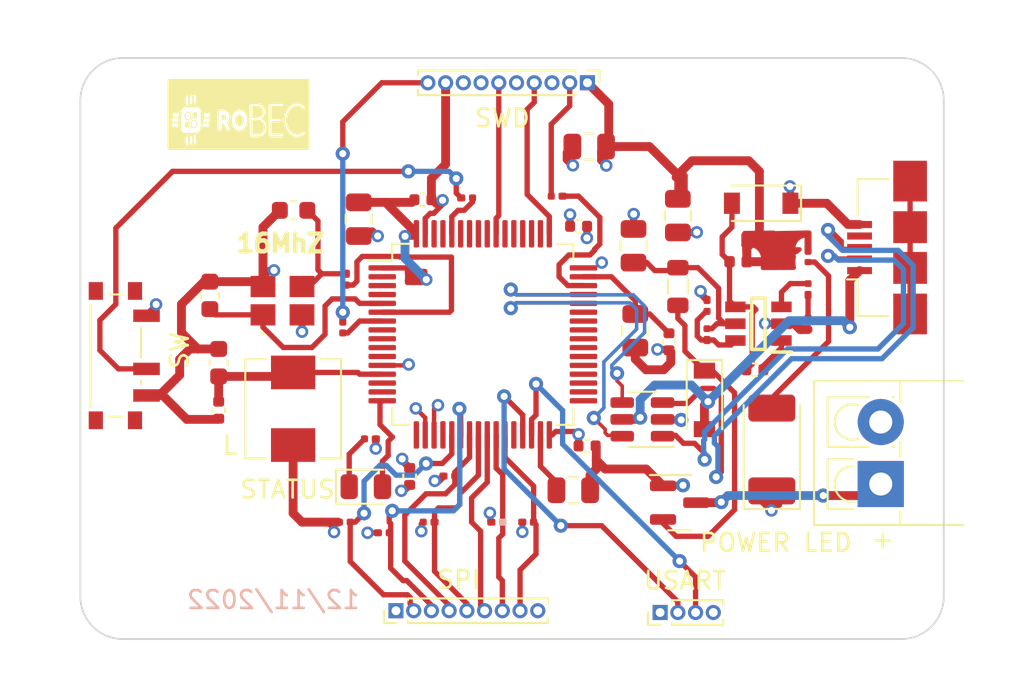
<source format=kicad_pcb>
(kicad_pcb (version 20211014) (generator pcbnew)
  (layers (0 "F.Cu" signal) (1 "In1.Cu" power "GND") (2 "In2.Cu" power "Power") (31 "B.Cu" signal) (34 "B.Paste" user) (35 "F.Paste" user) (36 "B.SilkS" user "B.Silkscreen") (37 "F.SilkS" user "F.Silkscreen") (38 "B.Mask" user) (39 "F.Mask" user) (44 "Edge.Cuts" user))
  (net 0 "")
  (net 1 "+3V3")
  (net 2 "GND")
  (net 3 "HSE_IN")
  (net 4 "+3.3VA")
  (net 5 "Net-(C5-Pad1)")
  (net 6 "Net-(C12-Pad1)")
  (net 7 "Net-(C13-Pad1)")
  (net 8 "BS")
  (net 9 "SW")
  (net 10 "IN")
  (net 11 "Net-(D2-Pad1)")
  (net 12 "LED_STATUS")
  (net 13 "Net-(D3-Pad1)")
  (net 14 "+5V")
  (net 15 "Net-(D4-Pad2)")
  (net 16 "+12V")
  (net 17 "unconnected-(J2-Pad6)")
  (net 19 "USB_CONN_D+")
  (net 20 "USB_CONN_D-")
  (net 22 "Net-(J3-Pad2)")
  (net 23 "SWCLK")
  (net 24 "SWO")
  (net 26 "Net-(J3-Pad10)")
  (net 27 "SPI_SCK")
  (net 28 "SPI_MISO")
  (net 29 "SPI_MOSI")
  (net 30 "CS1")
  (net 31 "CS2")
  (net 32 "CS3")
  (net 33 "CS4")
  (net 34 "USART_TX")
  (net 35 "USART_RX")
  (net 36 "Net-(R1-Pad1)")
  (net 37 "BOOT0")
  (net 38 "HSE_OUT")
  (net 39 "EN")
  (net 40 "FB")
  (net 41 "Net-(R14-Pad2)")
  (net 42 "SWDIO")
  (net 43 "NRST")
  (net 67 "USB_D-")
  (net 68 "USB_D+")
  (footprint "Connector_PinHeader_1.00mm:PinHeader_1x04_P1.00mm_Vertical" (layer "F.Cu") (at 162.9625 116.105 90)
    (fp_text reference "USART")
    (fp_text value "Conn_01x04")
  )
  (footprint "Capacitor_SMD:C_0402_1005Metric" (layer "F.Cu") (at 158.3625 94.305 180)
    (fp_text reference "C9")
    (fp_text value "100n")
  )
  (footprint "Resistor_SMD:R_0201_0603Metric" (layer "F.Cu") (at 149.9175 111.005)
    (fp_text reference "R12")
    (fp_text value "20")
  )
  (footprint "Package_TO_SOT_SMD:SOT-23" (layer "F.Cu") (at 164.0625 109.905)
    (fp_text reference "Q1")
    (fp_text value "AO3400A")
  )
  (footprint "LED_SMD:LED_2010_5025Metric_Pad1.52x2.65mm_HandSolder" (layer "F.Cu") (at 169.2625 106.905 90)
    (fp_text reference "POWER LED")
    (fp_text value "LED")
  )
  (footprint "Capacitor_SMD:C_0805_2012Metric" (layer "F.Cu") (at 158.9625 89.805)
    (fp_text reference "C10")
    (fp_text value "10u")
  )
  (footprint "Capacitor_SMD:C_0805_2012Metric" (layer "F.Cu") (at 163.9625 93.705 90)
    (fp_text reference "C8")
    (fp_text value "10u")
  )
  (footprint "Resistor_SMD:R_0201_0603Metric" (layer "F.Cu") (at 165.6075 98.785 90)
    (fp_text reference "R7")
    (fp_text value "64k")
  )
  (footprint "Connector_PinHeader_1.00mm:PinHeader_1x10_P1.00mm_Vertical" (layer "F.Cu") (at 158.8625 86.205 -90)
    (fp_text reference "SWD")
    (fp_text value "Conn_02x05")
  )
  (footprint "Resistor_SMD:R_0201_0603Metric" (layer "F.Cu") (at 171.3075 96.005 -90)
    (fp_text reference "R18")
    (fp_text value "1k")
  )
  (footprint "TerminalBlock_4Ucon:TerminalBlock_4Ucon_1x02_P3.50mm_Vertical" (layer "F.Cu") (at 175.4075 108.855 90)
    (fp_text reference "J1")
    (fp_text value "ST_01x02")
  )
  (footprint "Capacitor_SMD:C_0402_1005Metric" (layer "F.Cu") (at 158.8425 106.705)
    (fp_text reference "C6")
    (fp_text value "100n")
  )
  (footprint "Connector_USB:USB_Micro-B_Amphenol_10104110_Horizontal" (layer "F.Cu") (at 175.7625 95.505 90)
    (fp_text reference "J2")
    (fp_text value "USB_B_Micro")
  )
  (footprint "Capacitor_SMD:C_0402_1005Metric" (layer "F.Cu") (at 163.4625 100.825 -90)
    (fp_text reference "C14")
    (fp_text value "2u2")
  )
  (footprint "Resistor_SMD:R_0201_0603Metric" (layer "F.Cu") (at 171.3075 97.86 -90)
    (fp_text reference "R14")
    (fp_text value "15k")
  )
  (footprint "Resistor_SMD:R_0201_0603Metric" (layer "F.Cu") (at 145.0625 100.005 -90)
    (fp_text reference "R17")
    (fp_text value "22")
  )
  (footprint "Moshte:MP2359DJ" (layer "F.Cu") (at 168.5075 99.805 180)
    (fp_text reference "U2")
    (fp_text value "MP2359DJ" hide)
  )
  (footprint "Resistor_SMD:R_0201_0603Metric" (layer "F.Cu") (at 165.6075 100.405 -90)
    (fp_text reference "R6")
    (fp_text value "87k")
  )
  (footprint "Button_Switch_SMD:SW_SPDT_PCM12" (layer "F.Cu") (at 132.5625 101.605 -90)
    (fp_text reference "SW")
    (fp_text value "SW_SPDT")
  )
  (footprint "Resistor_SMD:R_0201_0603Metric" (layer "F.Cu") (at 147.3625 111.605)
    (fp_text reference "R5")
    (fp_text value "20")
  )
  (footprint "Moshte:logo 6" (layer "F.Cu") (at 139.17 87.99)
    (fp_text reference "G***")
    (fp_text value "LOGO" hide)
  )
  (footprint "Inductor_SMD:L_0805_2012Metric" (layer "F.Cu") (at 163.9625 97.705 90)
    (fp_text reference "FB1")
    (fp_text value "600 @ 600MHz")
  )
  (footprint "Capacitor_SMD:C_0402_1005Metric" (layer "F.Cu") (at 138.0625 104.685 -90)
    (fp_text reference "C7")
    (fp_text value "10n")
  )
  (footprint "Capacitor_SMD:C_0603_1608Metric" (layer "F.Cu") (at 137.5625 98.205 90)
    (fp_text reference "C2")
    (fp_text value "12p")
  )
  (footprint "MountingHole:MountingHole_2.2mm_M2_DIN965" (layer "F.Cu") (at 176.5625 87.205)
    (fp_text reference "H3")
    (fp_text value "MountingHole_Pad")
  )
  (footprint "Capacitor_SMD:C_0805_2012Metric" (layer "F.Cu") (at 158.0625 109.205)
    (fp_text reference "C12")
    (fp_text value "2u2")
  )
  (footprint "Moshte:ECS3225MV160BNTR3" (layer "F.Cu") (at 141.6625 98.505)
    (fp_text reference "16MhZ")
    (fp_text value "16MHz" hide)
  )
  (footprint "Resistor_SMD:R_0201_0603Metric" (layer "F.Cu") (at 152.0625 92.705)
    (fp_text reference "R1")
    (fp_text value "10k")
  )
  (footprint "Package_QFP:LQFP-64_10x10mm_P0.5mm" (layer "F.Cu") (at 152.9625 100.405)
    (fp_text reference "U1")
    (fp_text value "STM32F405RGT6")
  )
  (footprint "Capacitor_SMD:C_0805_2012Metric" (layer "F.Cu") (at 145.9625 93.905 -90)
    (fp_text reference "C1")
    (fp_text value "4u7")
  )
  (footprint "Capacitor_SMD:C_0603_1608Metric" (layer "F.Cu") (at 142.2875 93.405 180)
    (fp_text reference "C5")
    (fp_text value "12p")
  )
  (footprint "Capacitor_SMD:C_0402_1005Metric" (layer "F.Cu") (at 168.3075 102.405 180)
    (fp_text reference "C15")
    (fp_text value "10n")
  )
  (footprint "Package_TO_SOT_SMD:SOT-23-6" (layer "F.Cu") (at 161.9625 105.205 180)
    (fp_text reference "U3")
    (fp_text value "USBLC6-2SC6")
  )
  (footprint "Inductor_SMD:L_0402_1005Metric" (layer "F.Cu") (at 167.3625 96.305)
    (fp_text reference "L2")
    (fp_text value "10u")
  )
  (footprint "Resistor_SMD:R_0201_0603Metric" (layer "F.Cu") (at 171.3075 99.805 -90)
    (fp_text reference "R15")
    (fp_text value "270")
  )
  (footprint "Resistor_SMD:R_0201_0603Metric" (layer "F.Cu") (at 155.5075 111.005)
    (fp_text reference "R9")
    (fp_text value "20")
  )
  (footprint "MountingHole:MountingHole_2.2mm_M2_DIN965" (layer "F.Cu") (at 176.5625 115.205)
    (fp_text reference "H2")
    (fp_text value "MountingHole_Pad")
  )
  (footprint "Capacitor_SMD:C_0603_1608Metric" (layer "F.Cu") (at 138.0625 102.005 90)
    (fp_text reference "C4")
    (fp_text value "1n")
  )
  (footprint "Capacitor_SMD:C_0402_1005Metric" (layer "F.Cu") (at 149.5825 92.805)
    (fp_text reference "C11")
    (fp_text value "100n")
  )
  (footprint "Capacitor_SMD:C_0805_2012Metric" (layer "F.Cu") (at 161.5625 100.205 -90)
    (fp_text reference "C13")
    (fp_text value "2u2")
  )
  (footprint "Resistor_SMD:R_0201_0603Metric" (layer "F.Cu") (at 146.6075 106.305)
    (fp_text reference "R3")
    (fp_text value "1k5")
  )
  (footprint "MountingHole:MountingHole_2.2mm_M2_DIN965" (layer "F.Cu") (at 132.6625 115.205)
    (fp_text reference "H1")
    (fp_text value "MountingHole_Pad")
  )
  (footprint "Inductor_SMD:L_Sunlord_MWSA0518_5.4x5.2mm" (layer "F.Cu") (at 142.2625 104.605 90)
    (fp_text reference "L")
    (fp_text value "39n")
  )
  (footprint "Capacitor_SMD:C_0402_1005Metric" (layer "F.Cu") (at 148.8325 108.425 -90)
    (fp_text reference "C3")
    (fp_text value "100n")
  )
  (footprint "Resistor_SMD:R_0201_0603Metric" (layer "F.Cu") (at 145.2625 97.305 90)
    (fp_text reference "R2")
    (fp_text value "47")
  )
  (footprint "MountingHole:MountingHole_2.2mm_M2_DIN965" (layer "F.Cu") (at 132.6625 87.205)
    (fp_text reference "H4")
    (fp_text value "MountingHole_Pad")
  )
  (footprint "LED_SMD:LED_0805_2012Metric" (layer "F.Cu") (at 146.3625 109.005)
    (fp_text reference "STATUS")
    (fp_text value "LED")
  )
  (footprint "Resistor_SMD:R_0201_0603Metric" (layer "F.Cu") (at 151.0625 108.405)
    (fp_text reference "R4")
    (fp_text value "20")
  )
  (footprint "Resistor_SMD:R_0201_0603Metric" (layer "F.Cu") (at 157.1425 92.605)
    (fp_text reference "R16")
    (fp_text value "22")
  )
  (footprint "Diode_SMD:D_SOD-123" (layer "F.Cu") (at 168.6625 93.005 180)
    (fp_text reference "D1")
    (fp_text value "B5819W")
  )
  (footprint "Capacitor_SMD:C_0805_2012Metric" (layer "F.Cu") (at 161.4625 95.405 90)
    (fp_text reference "C16")
    (fp_text value "10u")
  )
  (footprint "Diode_SMD:D_SOD-123" (layer "F.Cu") (at 165.4625 104.105 -90)
    (fp_text reference "D3")
    (fp_text value "B5819W")
  )
  (footprint "Resistor_SMD:R_0201_0603Metric" (layer "F.Cu") (at 145.1625 111.005)
    (fp_text reference "R8")
    (fp_text value "20")
  )
  (footprint "Resistor_SMD:R_0201_0603Metric" (layer "F.Cu") (at 153.7625 111.005)
    (fp_text reference "R10")
    (fp_text value "20")
  )
  (footprint "Connector_PinHeader_1.00mm:PinHeader_1x09_P1.00mm_Vertical" (layer "F.Cu") (at 148.0625 116.005 90)
    (fp_text reference "SPI")
    (fp_text value "Conn_01x05")
  )
  (gr_line (start 132.6625 117.605) (end 176.5625 117.605) (layer "Edge.Cuts") (width 0.1))
  (gr_arc (start 176.5625 84.805) (mid 178.259556 85.507944) (end 178.9625 87.205) (layer "Edge.Cuts") (width 0.1))
  (gr_line (start 178.9625 115.205) (end 178.9625 87.205) (layer "Edge.Cuts") (width 0.1))
  (gr_arc (start 178.9625 115.205) (mid 178.259556 116.902056) (end 176.5625 117.605) (layer "Edge.Cuts") (width 0.1))
  (gr_line (start 176.5625 84.805) (end 132.6625 84.805) (layer "Edge.Cuts") (width 0.1))
  (gr_arc (start 130.2625 87.205) (mid 130.965444 85.507944) (end 132.6625 84.805) (layer "Edge.Cuts") (width 0.1))
  (gr_arc (start 132.6625 117.605) (mid 130.965444 116.902056) (end 130.2625 115.205) (layer "Edge.Cuts") (width 0.1))
  (gr_line (start 130.2625 87.205) (end 130.2625 115.205) (layer "Edge.Cuts") (width 0.1))
  (gr_text "12/11/2022" (at 141.14 115.39) (layer "B.SilkS") (effects (font (size 1 1)) (justify mirror)))
  (gr_text "\n" (at 137.96 86.9) (layer "F.SilkS") (effects (font (size 1 1))))
  (gr_text "+\n" (at 175.52 111.97) (layer "F.SilkS") (effects (font (size 1 1))))
  (segment (start 142.7625 111.005) (end 144.195 111.005) (width 0.5) (layer "F.Cu") (net 1))
  (segment (start 150.4725 108.675) (end 150.7425 108.405) (width 0.4) (layer "F.Cu") (net 1))
  (segment (start 150.2525 108.675) (end 150.4725 108.675) (width 0.4) (layer "F.Cu") (net 1))
  (segment (start 159.9225 90.875) (end 159.895 90.875) (width 0.4) (layer "F.Cu") (net 1))
  (segment (start 153.3625 110.485) (end 153.3625 110.925) (width 0.3) (layer "F.Cu") (net 1))
  (segment (start 163.9625 92.755) (end 163.9625 91.6925) (width 0.4) (layer "F.Cu") (net 1))
  (segment (start 164.7625 90.605) (end 164.11375 91.25375) (width 0.5) (layer "F.Cu") (net 1))
  (segment (start 142.2625 110.505) (end 142.7625 111.005) (width 0.5) (layer "F.Cu") (net 1))
  (segment (start 155.1925 111.01) (end 155.1875 111.005) (width 0.3) (layer "F.Cu") (net 1))
  (segment (start 150.2125 106.08) (end 150.2125 104.625) (width 0.25) (layer "F.Cu") (net 1))
  (segment (start 164.11375 91.25375) (end 163.9625 91.405) (width 0.5) (layer "F.Cu") (net 1))
  (segment (start 134.5325 98.815) (end 133.9925 99.355) (width 0.4) (layer "F.Cu") (net 1))
  (segment (start 145.9625 92.955) (end 147.4725 92.955) (width 0.5) (layer "F.Cu") (net 1))
  (segment (start 159.9125 89.805) (end 162.3625 89.805) (width 0.5) (layer "F.Cu") (net 1))
  (segment (start 149.4925 111.515) (end 149.4925 111.11) (width 0.3) (layer "F.Cu") (net 1))
  (segment (start 162.3625 89.805) (end 163.9625 91.405) (width 0.5) (layer "F.Cu") (net 1))
  (segment (start 159.61 90.1075) (end 159.9125 89.805) (width 0.4) (layer "F.Cu") (net 1))
  (segment (start 163.81875 91.54875) (end 163.9625 91.405) (width 0.4) (layer "F.Cu") (net 1))
  (segment (start 159.61 90.59) (end 159.61 90.1075) (width 0.4) (layer "F.Cu") (net 1))
  (segment (start 148.6125 96.655) (end 148.9125 96.955) (width 0.3) (layer "F.Cu") (net 1))
  (segment (start 158.3625 106.045) (end 158.3625 106.705) (width 0.4) (layer "F.Cu") (net 1))
  (segment (start 158.8625 86.205) (end 160.0625 87.405) (width 0.5) (layer "F.Cu") (net 1))
  (segment (start 167.9625 90.605) (end 164.7625 90.605) (width 0.5) (layer "F.Cu") (net 1))
  (segment (start 167.8475 95.52) (end 168.5625 94.805) (width 0.5) (layer "F.Cu") (net 1))
  (segment (start 142.2625 106.655) (end 142.2625 110.505) (width 0.5) (layer "F.Cu") (net 1))
  (segment (start 147.4725 92.955) (end 149.11298 94.59548) (width 0.5) (layer "F.Cu") (net 1))
  (segment (start 148.4125 107.435) (end 148.4125 107.525) (width 0.4) (layer "F.Cu") (net 1))
  (segment (start 146.4625 111.605) (end 147.0425 111.605) (width 0.3) (layer "F.Cu") (net 1))
  (segment (start 155.1925 111.555) (end 155.1925 111.01) (width 0.3) (layer "F.Cu") (net 1))
  (segment (start 148.4125 107.525) (end 148.8325 107.945) (width 0.4) (layer "F.Cu") (net 1))
  (segment (start 159.895 90.875) (end 159.61 90.59) (width 0.4) (layer "F.Cu") (net 1))
  (segment (start 163.9625 92.5875) (end 164.32 92.23) (width 0.4) (layer "F.Cu") (net 1))
  (segment (start 149.4125 96.955) (end 149.7725 97.315) (width 0.4) (layer "F.Cu") (net 1))
  (segment (start 164.32 91.46) (end 164.11375 91.25375) (width 0.4) (layer "F.Cu") (net 1))
  (segment (start 160.0625 89.655) (end 159.9125 89.805) (width 0.5) (layer "F.Cu") (net 1))
  (segment (start 144.5725 111.3825) (end 144.195 111.005) (width 0.3) (layer "F.Cu") (net 1))
  (segment (start 158.2075 105.89) (end 158.3625 106.045) (width 0.3) (layer "F.Cu") (net 1))
  (segment (start 156.88 106.08) (end 157.07 105.89) (width 0.3) (layer "F.Cu") (net 1))
  (segment (start 153.3625 110.925) (end 153.4425 111.005) (width 0.3) (layer "F.Cu") (net 1))
  (segment (start 158.8325 94.965) (end 158.8325 94.315) (width 0.4) (layer "F.Cu") (net 1))
  (segment (start 168.5625 94.805) (end 168.5625 91.205) (width 0.5) (layer "F.Cu") (net 1))
  (segment (start 147.2875 96.655) (end 148.6125 96.655) (width 0.3) (layer "F.Cu") (net 1))
  (segment (start 147.4725 92.955) (end 148.9525 92.955) (width 0.5) (layer "F.Cu") (net 1))
  (segment (start 148.5725 94.865) (end 148.97798 94.865) (width 0.4) (layer "F.Cu") (net 1))
  (segment (start 150.2125 104.625) (end 150.4325 104.405) (width 0.25) (layer "F.Cu") (net 1))
  (segment (start 144.195 111.005) (end 144.80298 111.005) (width 0.5) (layer "F.Cu") (net 1))
  (segment (start 158.8325 94.315) (end 158.8425 94.305) (width 0.4) (layer "F.Cu") (net 1))
  (segment (start 134.5325 98.715) (end 134.5325 98.815) (width 0.4) (layer "F.Cu") (net 1))
  (segment (start 168.5625 91.205) (end 167.9625 90.605) (width 0.5) (layer "F.Cu") (net 1))
  (segment (start 163.9625 92.755) (end 163.9625 92.5875) (width 0.4) (layer "F.Cu") (net 1))
  (segment (start 148.97798 94.865) (end 149.11298 94.73) (width 0.4) (layer "F.Cu") (net 1))
  (segment (start 157.07 105.89) (end 158.2075 105.89) (width 0.3) (layer "F.Cu") (net 1))
  (segment (start 144.5725 111.565) (end 144.5725 111.3825) (width 0.3) (layer "F.Cu") (net 1))
  (segment (start 167.8475 96.305) (end 167.8475 95.52) (width 0.5) (layer "F.Cu") (net 1))
  (segment (start 148.9125 96.955) (end 149.4125 96.955) (width 0.4) (layer "F.Cu") (net 1))
  (segment (start 149.11298 94.59548) (end 149.11298 94.73) (width 0.5) (layer "F.Cu") (net 1))
  (segment (start 156.7125 106.08) (end 156.88 106.08) (width 0.3) (layer "F.Cu") (net 1))
  (segment (start 149.4925 111.11) (end 149.5975 111.005) (width 0.3) (layer "F.Cu") (net 1))
  (segment (start 164.32 92.23) (end 164.32 91.46) (width 0.4) (layer "F.Cu") (net 1))
  (segment (start 148.9525 92.955) (end 149.1025 92.805) (width 0.5) (layer "F.Cu") (net 1))
  (segment (start 160.0625 87.405) (end 160.0625 89.655) (width 0.5) (layer "F.Cu") (net 1))
  (segment (start 163.9625 91.6925) (end 163.81875 91.54875) (width 0.4) (layer "F.Cu") (net 1))
  (via (at 149.4925 111.515) (size 0.7) (drill 0.4) (layers "F.Cu" "B.Cu") (net 1))
  (via (at 159.6725 96.355) (size 0.7) (drill 0.4) (layers "F.Cu" "B.Cu") (net 1))
  (via (at 150.2525 108.675) (size 0.7) (drill 0.4) (layers "F.Cu" "B.Cu") (net 1))
  (via (at 144.5725 111.565) (size 0.7) (drill 0.4) (layers "F.Cu" "B.Cu") (net 1))
  (via (at 155.1925 111.555) (size 0.7) (drill 0.4) (layers "F.Cu" "B.Cu") (net 1))
  (via (at 153.3625 110.485) (size 0.7) (drill 0.4) (layers "F.Cu" "B.Cu") (net 1))
  (via (at 148.5725 94.865) (size 0.7) (drill 0.4) (layers "F.Cu" "B.Cu") (net 1))
  (via (at 149.7725 97.315) (size 0.7) (drill 0.4) (layers "F.Cu" "B.Cu") (net 1))
  (via (at 148.4125 107.435) (size 0.7) (drill 0.4) (layers "F.Cu" "B.Cu") (net 1))
  (via (at 134.5325 98.715) (size 0.7) (drill 0.4) (layers "F.Cu" "B.Cu") (net 1))
  (via (at 158.3625 106.045) (size 0.7) (drill 0.4) (layers "F.Cu" "B.Cu") (net 1))
  (via (at 159.9225 90.875) (size 0.7) (drill 0.4) (layers "F.Cu" "B.Cu") (net 1))
  (via (at 150.4325 104.405) (size 0.7) (drill 0.4) (layers "F.Cu" "B.Cu") (net 1))
  (via (at 146.4625 111.605) (size 0.7) (drill 0.4) (layers "F.Cu" "B.Cu") (net 1))
  (via (at 158.8325 94.965) (size 0.7) (drill 0.4) (layers "F.Cu" "B.Cu") (net 1))
  (segment (start 148.5725 96.115) (end 149.7725 97.315) (width 0.5) (layer "B.Cu") (net 1))
  (segment (start 148.5725 94.865) (end 148.5725 96.115) (width 0.5) (layer "B.Cu") (net 1))
  (segment (start 165.0225 94.655) (end 165.0325 94.645) (width 0.4) (layer "F.Cu") (net 2))
  (segment (start 162.1625 102.405) (end 163.1625 102.405) (width 0.5) (layer "F.Cu") (net 2))
  (segment (start 162.175 108.005) (end 159.8625 108.005) (width 0.5) (layer "F.Cu") (net 2))
  (segment (start 150.0625 91.605) (end 150.8625 90.805) (width 0.5) (layer "F.Cu") (net 2))
  (segment (start 168.77 109.8725) (end 169.2425 110.345) (width 0.4) (layer "F.Cu") (net 2))
  (segment (start 135.8625 102.705) (end 135.8625 101.805) (width 0.5) (layer "F.Cu") (net 2))
  (segment (start 150.36 93.05) (end 150.3075 93.05) (width 0.4) (layer "F.Cu") (net 2))
  (segment (start 159.3625 107.505) (end 159.3625 106.745) (width 0.5) (layer "F.Cu") (net 2))
  (segment (start 136.8875 101.23) (end 138.0625 101.23) (width 0.5) (layer "F.Cu") (net 2))
  (segment (start 168.77 109.79) (end 168.77 109.8725) (width 0.4) (layer "F.Cu") (net 2))
  (segment (start 140.5625 97.1575) (end 140.5625 94.355) (width 0.5) (layer "F.Cu") (net 2))
  (segment (start 170.528478 99.805) (end 170.857998 100.13452) (width 0.5) (layer "F.Cu") (net 2))
  (segment (start 173.5625 94.205) (end 172.3625 93.005) (width 0.5) (layer "F.Cu") (net 2))
  (segment (start 147.015 94.855) (end 146.73 94.57) (width 0.4) (layer "F.Cu") (net 2))
  (segment (start 146.9225 106.31) (end 146.9275 106.305) (width 0.4) (layer "F.Cu") (net 2))
  (segment (start 146.2475 94.57) (end 145.9625 94.855) (width 0.4) (layer "F.Cu") (net 2))
  (segment (start 163.9625 94.655) (end 165.0225 94.655) (width 0.4) (layer "F.Cu") (net 2))
  (segment (start 169.2625 109.2425) (end 169.2625 109.2975) (width 0.4) (layer "F.Cu") (net 2))
  (segment (start 133.9925 103.855) (end 134.7125 103.855) (width 0.5) (layer "F.Cu") (net 2))
  (segment (start 135.9625 98.705) (end 135.9625 100.305) (width 0.5) (layer "F.Cu") (net 2))
  (segment (start 164.1525 105.235) (end 163.13 105.235) (width 0.4) (layer "F.Cu") (net 2))
  (segment (start 169.2625 109.2975) (end 168.77 109.79) (width 0.4) (layer "F.Cu") (net 2))
  (segment (start 159.0125 108.355) (end 159.3625 108.005) (width 0.5) (layer "F.Cu") (net 2))
  (segment (start 147.2875 102.155) (end 148.6425 102.155) (width 0.25) (layer "F.Cu") (net 2))
  (segment (start 140.5625 94.355) (end 141.5125 93.405) (width 0.5) (layer "F.Cu") (net 2))
  (segment (start 150.0625 92.805) (end 150.0625 91.605) (width 0.5) (layer "F.Cu") (net 2))
  (segment (start 148.5025 109.235) (end 148.8325 108.905) (width 0.4) (layer "F.Cu") (net 2))
  (segment (start 169.7975 99.795) (end 169.8075 99.805) (width 0.4) (layer "F.Cu") (net 2))
  (segment (start 161.5625 101.155) (end 161.5625 101.805) (width 0.5) (layer "F.Cu") (net 2))
  (segment (start 164.2525 108.925) (end 163.155 108.925) (width 0.4) (layer "F.Cu") (net 2))
  (segment (start 159.8625 108.005) (end 159.3625 107.505) (width 0.5) (layer "F.Cu") (net 2))
  (segment (start 134.7125 103.855) (end 135.8625 102.705) (width 0.5) (layer "F.Cu") (net 2))
  (segment (start 168.8825 99.795) (end 169.7975 99.795) (width 0.4) (layer "F.Cu") (net 2))
  (segment (start 149.7125 105.115) (end 149.1825 104.585) (width 0.25) (layer "F.Cu") (net 2))
  (segment (start 157.8825 93.645) (end 157.8825 94.305) (width 0.4) (layer "F.Cu") (net 2))
  (segment (start 163.155 108.925) (end 163.125 108.955) (width 0.4) (layer "F.Cu") (net 2))
  (segment (start 142.7625 100.255) (end 142.7625 99.305) (width 0.4) (layer "F.Cu") (net 2))
  (segment (start 146.9225 106.855) (end 146.9225 106.31) (width 0.4) (layer "F.Cu") (net 2))
  (segment (start 149.7125 93.854639) (end 149.992139 93.575) (width 0.3) (layer "F.Cu") (net 2))
  (segment (start 140.5625 97.705) (end 140.5625 97.1575) (width 0.5) (layer "F.Cu") (net 2))
  (segment (start 161.5625 101.805) (end 162.1625 102.405) (width 0.5) (layer "F.Cu") (net 2))
  (segment (start 138.0225 105.205) (end 138.0625 105.165) (width 0.5) (layer "F.Cu") (net 2))
  (segment (start 135.9625 100.305) (end 136.8875 101.23) (width 0.5) (layer "F.Cu") (net 2))
  (segment (start 157.67 90.55) (end 157.67 90.1475) (width 0.4) (layer "F.Cu") (net 2))
  (segment (start 162.175 108.005) (end 163.125 108.955) (width 0.5) (layer "F.Cu") (net 2))
  (segment (start 157.67 90.1475) (end 158.0125 89.805) (width 0.4) (layer "F.Cu") (net 2))
  (segment (start 136.2625 105.205) (end 138.0225 105.205) (width 0.5) (layer "F.Cu") (net 2))
  (segment (start 150.1925 93.575) (end 150.6925 93.075) (width 0.3) (layer "F.Cu") (net 2))
  (segment (start 146.73 94.57) (end 146.2475 94.57) (width 0.4) (layer "F.Cu") (net 2))
  (segment (start 147.0325 94.855) (end 147.015 94.855) (width 0.4) (layer "F.Cu") (net 2))
  (segment (start 163.13 105.235) (end 163.1 105.205) (width 0.4) (layer "F.Cu") (net 2))
  (segment (start 159.3625 108.005) (end 159.3625 107.505) (width 0.5) (layer "F.Cu") (net 2))
  (segment (start 136.4375 101.23) (end 136.8875 101.23) (width 0.5) (layer "F.Cu") (net 2))
  (segment (start 161.4625 93.625) (end 161.4725 93.615) (width 0.4) (layer "F.Cu") (net 2))
  (segment (start 150.3075 93.05) (end 150.0625 92.805) (width 0.4) (layer "F.Cu") (net 2))
  (segment (start 169.5775 110.01) (end 169.2425 110.345) (width 0.4) (layer "F.Cu") (net 2))
  (segment (start 159.0125 109.205) (end 159.0125 108.355) (width 0.5) (layer "F.Cu") (net 2))
  (segment (start 165.2425 97.975) (end 165.2425 98.1) (width 0.4) (layer "F.Cu") (net 2))
  (segment (start 157.985 90.865) (end 157.67 90.55) (width 0.4) (layer "F.Cu") (net 2))
  (segment (start 163.1625 102.405) (end 163.5625 102.005) (width 0.5) (layer "F.Cu") (net 2))
  (segment (start 149.992139 93.575) (end 150.1925 93.575) (width 0.3) (layer "F.Cu") (net 2))
  (segment (start 172.3625 93.005) (end 170.3125 93.005) (width 0.5) (layer "F.Cu") (net 2))
  (segment (start 133.9925 103.855) (end 134.9125 103.855) (width 0.5) (layer "F.Cu") (net 2))
  (segment (start 170.3125 92.085) (end 170.2825 92.055) (width 0.4) (layer "F.Cu") (net 2))
  (segment (start 148.6425 102.155) (end 148.6525 102.145) (width 0.25) (layer "F.Cu") (net 2))
  (segment (start 140.2875 97.43) (end 140.5625 97.705) (width 0.5) (layer "F.Cu") (net 2))
  (segment (start 140.925 96.795) (end 140.5625 97.1575) (width 0.4) (layer "F.Cu") (net 2))
  (segment (start 163.4125 101.255) (end 163.4625 101.305) (width 0.4) (layer "F.Cu") (net 2))
  (segment (start 137.5625 97.43) (end 140.2875 97.43) (width 0.5) (layer "F.Cu") (net 2))
  (segment (start 150.8625 90.805) (end 150.8625 86.205) (width 0.5) (layer "F.Cu") (net 2))
  (segment (start 169.65 110.01) (end 169.5775 110.01) (width 0.4) (layer "F.Cu") (net 2))
  (segment (start 163.5625 101.405) (end 163.4625 101.305) (width 0.5) (layer "F.Cu") (net 2))
  (segment (start 134.9125 103.855) (end 136.2625 105.205) (width 0.5) (layer "F.Cu") (net 2))
  (segment (start 148.3625 109.235) (end 148.5025 109.235) (width 0.4) (layer "F.Cu") (net 2))
  (segment (start 141.1825 96.795) (end 140.925 96.795) (width 0.4) (layer "F.Cu") (net 2))
  (segment (start 162.8125 101.255) (end 163.4125 101.255) (width 0.4) (layer "F.Cu") (net 2))
  (segment (start 149.7125 94.73) (end 149.7125 93.854639) (width 0.3) (layer "F.Cu") (net 2))
  (segment (start 149.7125 106.08) (end 149.7125 105.115) (width 0.25) (layer "F.Cu") (net 2))
  (segment (start 150.575 92.835) (end 150.36 93.05) (width 0.4) (layer "F.Cu") (net 2))
  (segment (start 137.2375 97.43) (end 135.9625 98.705) (width 0.5) (layer "F.Cu") (net 2))
  (segment (start 135.8625 101.805) (end 136.4375 101.23) (width 0.5) (layer "F.Cu") (net 2))
  (segment (start 170.3125 93.005) (end 170.3125 92.085) (width 0.4) (layer "F.Cu") (net 2))
  (segment (start 159.3625 106.745) (end 159.3225 106.705) (width 0.5) (layer "F.Cu") (net 2))
  (segment (start 174.2125 94.205) (end 173.5625 94.205) (width 0.5) (layer "F.Cu") (net 2))
  (segment (start 158.0425 90.865) (end 157.985 90.865) (width 0.4) (layer "F.Cu") (net 2))
  (segment (start 170.857998 100.13452) (end 171.3075 100.13452) (width 0.5) (layer "F.Cu") (net 2))
  (segment (start 137.5625 97.43) (end 137.2375 97.43) (width 0.5) (layer "F.Cu") (net 2))
  (segment (start 150.6925 93.075) (end 150.6925 92.835) (width 0.3) (layer "F.Cu") (net 2))
  (segment (start 150.6925 92.835) (end 150.575 92.835) (width 0.4) (layer "F.Cu") (net 2))
  (segment (start 169.8075 99.805) (end 170.528478 99.805) (width 0.5) (layer "F.Cu") (net 2))
  (segment (start 165.2425 98.1) (end 165.6075 98.465) (width 0.4) (layer "F.Cu") (net 2))
  (segment (start 163.5625 102.005) (end 163.5625 101.405) (width 0.5) (layer "F.Cu") (net 2))
  (segment (start 161.4625 94.455) (end 161.4625 93.625) (width 0.4) (layer "F.Cu") (net 2))
  (via (at 142.7625 100.255) (size 0.7) (drill 0.4) (layers "F.Cu" "B.Cu") (net 2))
  (via (at 169.2425 110.345) (size 0.7) (drill 0.4) (layers "F.Cu" "B.Cu") (net 2))
  (via (at 162.8125 101.255) (size 0.7) (drill 0.4) (layers "F.Cu" "B.Cu") (net 2))
  (via (at 147.0325 94.855) (size 0.7) (drill 0.4) (layers "F.Cu" "B.Cu") (net 2))
  (via (at 164.2525 108.925) (size 0.8) (drill 0.4) (layers "F.Cu" "B.Cu") (net 2))
  (via (at 141.1825 96.795) (size 0.7) (drill 0.4) (layers "F.Cu" "B.Cu") (net 2))
  (via (at 168.8825 99.795) (size 0.7) (drill 0.4) (layers "F.Cu" "B.Cu") (net 2))
  (via (at 146.9225 106.855) (size 0.7) (drill 0.4) (layers "F.Cu" "B.Cu") (net 2))
  (via (at 149.1825 104.585) (size 0.7) (drill 0.4) (layers "F.Cu" "B.Cu") (net 2))
  (via (at 170.2825 92.055) (size 0.7) (drill 0.4) (layers "F.Cu" "B.Cu") (net 2))
  (via (at 150.6925 92.835) (size 0.7) (drill 0.4) (layers "F.Cu" "B.Cu") (net 2))
  (via (at 165.2425 97.975) (size 0.7) (drill 0.4) (layers "F.Cu" "B.Cu") (net 2))
  (via (at 164.1525 105.235) (size 0.8) (drill 0.4) (layers "F.Cu" "B.Cu") (net 2))
  (via (at 148.7825 102.105) (size 0.7) (drill 0.4) (layers "F.Cu" "B.Cu") (net 2))
  (via (at 161.4725 93.615) (size 0.7) (drill 0.4) (layers "F.Cu" "B.Cu") (net 2))
  (via (at 157.8825 93.645) (size 0.7) (drill 0.4) (layers "F.Cu" "B.Cu") (net 2))
  (via (at 158.0425 90.865) (size 0.7) (drill 0.4) (layers "F.Cu" "B.Cu") (net 2))
  (via (at 148.3625 109.235) (size 0.7) (drill 0.4) (layers "F.Cu" "B.Cu") (net 2))
  (via (at 165.0325 94.645) (size 0.7) (drill 0.4) (layers "F.Cu" "B.Cu") (net 2))
  (segment (start 143.3225 101.145) (end 144.0625 100.405) (width 0.3) (layer "F.Cu") (net 3))
  (segment (start 144.0625 100.405) (end 144.0625 98.805) (width 0.3) (layer "F.Cu") (net 3))
  (segment (start 146.0125 98.655) (end 147.2875 98.655) (width 0.3) (layer "F.Cu") (net 3))
  (segment (start 144.0625 98.805) (end 144.4625 98.405) (width 0.3) (layer "F.Cu") (net 3))
  (segment (start 141.7025 101.145) (end 143.3225 101.145) (width 0.3) (layer "F.Cu") (net 3))
  (segment (start 145.7625 98.405) (end 146.0125 98.655) (width 0.3) (layer "F.Cu") (net 3))
  (segment (start 140.5625 100.005) (end 140.5625 99.305) (width 0.3) (layer "F.Cu") (net 3))
  (segment (start 137.5625 98.98) (end 137.8875 99.305) (width 0.3) (layer "F.Cu") (net 3))
  (segment (start 137.8875 99.305) (end 140.5625 99.305) (width 0.3) (layer "F.Cu") (net 3))
  (segment (start 140.5625 100.005) (end 141.7025 101.145) (width 0.3) (layer "F.Cu") (net 3))
  (segment (start 144.4625 98.405) (end 145.7625 98.405) (width 0.3) (layer "F.Cu") (net 3))
  (segment (start 138.0625 104.205) (end 138.0625 102.78) (width 0.5) (layer "F.Cu") (net 4))
  (segment (start 138.0625 102.78) (end 142.0375 102.78) (width 0.5) (layer "F.Cu") (net 4))
  (segment (start 147.2875 102.655) (end 146.0125 102.655) (width 0.3) (layer "F.Cu") (net 4))
  (segment (start 146.0125 102.655) (end 145.9125 102.555) (width 0.3) (layer "F.Cu") (net 4))
  (segment (start 142.0375 102.78) (end 142.2625 102.555) (width 0.5) (layer "F.Cu") (net 4))
  (segment (start 145.9125 102.555) (end 142.2625 102.555) (width 0.3) (layer "F.Cu") (net 4))
  (segment (start 143.6625 94.005) (end 143.6625 96.765) (width 0.3) (layer "F.Cu") (net 5))
  (segment (start 142.7625 97.705) (end 143.1625 97.705) (width 0.3) (layer "F.Cu") (net 5))
  (segment (start 143.0625 93.405) (end 143.6625 94.005) (width 0.3) (layer "F.Cu") (net 5))
  (segment (start 143.8825 96.985) (end 145.2625 96.985) (width 0.3) (layer "F.Cu") (net 5))
  (segment (start 143.1625 97.705) (end 143.8825 96.985) (width 0.3) (layer "F.Cu") (net 5))
  (segment (start 143.6625 96.765) (end 143.8825 96.985) (width 0.3) (layer "F.Cu") (net 5))
  (segment (start 156.2125 107.855) (end 156.2125 106.08) (width 0.3) (layer "F.Cu") (net 6))
  (segment (start 157.1125 108.755) (end 156.2125 107.855) (width 0.3) (layer "F.Cu") (net 6))
  (segment (start 157.1125 109.205) (end 157.1125 108.755) (width 0.3) (layer "F.Cu") (net 6))
  (segment (start 158.6375 97.155) (end 160.2125 97.155) (width 0.3) (layer "F.Cu") (net 7))
  (segment (start 161.5625 99.255) (end 162.3725 99.255) (width 0.3) (layer "F.Cu") (net 7))
  (segment (start 161.5625 98.505) (end 161.5625 99.255) (width 0.3) (layer "F.Cu") (net 7))
  (segment (start 162.3725 99.255) (end 163.4625 100.345) (width 0.3) (layer "F.Cu") (net 7))
  (segment (start 160.2125 97.155) (end 161.5625 98.505) (width 0.3) (layer "F.Cu") (net 7))
  (segment (start 169.8075 101.16) (end 169.8075 100.755) (width 0.3) (layer "F.Cu") (net 8))
  (segment (start 168.7875 102.18) (end 169.8075 101.16) (width 0.3) (layer "F.Cu") (net 8))
  (segment (start 168.7875 102.405) (end 168.7875 102.18) (width 0.3) (layer "F.Cu") (net 8))
  (segment (start 168.15798 102.07452) (end 167.8275 102.405) (width 0.3) (layer "F.Cu") (net 9))
  (segment (start 167.0125 94.355) (end 166.4625 94.905) (width 0.3) (layer "F.Cu") (net 9))
  (segment (start 168.15798 99.20952) (end 168.15798 102.07452) (width 0.3) (layer "F.Cu") (net 9))
  (segment (start 168.2125 98.855) (end 168.3625 99.005) (width 0.3) (layer "F.Cu") (net 9))
  (segment (start 166.4625 94.905) (end 166.4625 95.89) (width 0.3) (layer "F.Cu") (net 9))
  (segment (start 166.8775 98.525) (end 167.2075 98.855) (width 0.3) (layer "F.Cu") (net 9))
  (segment (start 168.3625 99.005) (end 168.15798 99.20952) (width 0.3) (layer "F.Cu") (net 9))
  (segment (start 167.0125 93.005) (end 167.0125 94.355) (width 0.3) (layer "F.Cu") (net 9))
  (segment (start 166.4625 95.89) (end 166.8775 96.305) (width 0.3) (layer "F.Cu") (net 9))
  (segment (start 167.2075 98.855) (end 168.2125 98.855) (width 0.3) (layer "F.Cu") (net 9))
  (segment (start 166.8775 96.305) (end 166.8775 98.525) (width 0.3) (layer "F.Cu") (net 9))
  (segment (start 166.1625 99.805) (end 167.2075 99.805) (width 0.3) (layer "F.Cu") (net 10))
  (segment (start 166.2625 99.484022) (end 166.583478 99.805) (width 0.3) (layer "F.Cu") (net 10))
  (segment (start 162.6625 96.805) (end 163.8 96.805) (width 0.3) (layer "F.Cu") (net 10))
  (segment (start 166.583478 99.805) (end 167.2075 99.805) (width 0.3) (layer "F.Cu") (net 10))
  (segment (start 162.2125 96.355) (end 162.6625 96.805) (width 0.3) (layer "F.Cu") (net 10))
  (segment (start 163.9625 96.6425) (end 165.1 96.6425) (width 0.3) (layer "F.Cu") (net 10))
  (segment (start 165.1 96.6425) (end 166.2625 97.805) (width 0.3) (layer "F.Cu") (net 10))
  (segment (start 163.8 96.805) (end 163.9625 96.6425) (width 0.3) (layer "F.Cu") (net 10))
  (segment (start 166.2625 97.805) (end 166.2625 99.484022) (width 0.3) (layer "F.Cu") (net 10))
  (segment (start 165.8825 100.085) (end 166.1625 99.805) (width 0.3) (layer "F.Cu") (net 10))
  (segment (start 165.6075 100.085) (end 165.8825 100.085) (width 0.3) (layer "F.Cu") (net 10))
  (segment (start 161.4625 96.355) (end 162.2125 96.355) (width 0.3) (layer "F.Cu") (net 10))
  (segment (start 145.425 107.1675) (end 146.2875 106.305) (width 0.3) (layer "F.Cu") (net 11))
  (segment (start 145.425 109.005) (end 145.425 107.1675) (width 0.3) (layer "F.Cu") (net 11))
  (segment (start 147.3 109.005) (end 147.3 107.5675) (width 0.3) (layer "F.Cu") (net 12))
  (segment (start 147.1625 104.28) (end 147.2875 104.155) (width 0.3) (layer "F.Cu") (net 12))
  (segment (start 147.622011 107.245489) (end 147.622011 106.445489) (width 0.3) (layer "F.Cu") (net 12))
  (segment (start 147.8625 106.205) (end 147.1625 105.505) (width 0.3) (layer "F.Cu") (net 12))
  (segment (start 147.622011 106.445489) (end 147.8625 106.205) (width 0.3) (layer "F.Cu") (net 12))
  (segment (start 147.1625 105.505) (end 147.1625 104.28) (width 0.3) (layer "F.Cu") (net 12))
  (segment (start 147.3 107.5675) (end 147.622011 107.245489) (width 0.3) (layer "F.Cu") (net 12))
  (segment (start 167.1625 103.705) (end 167.1625 110.305) (width 0.3) (layer "F.Cu") (net 13))
  (segment (start 163.9625 98.7675) (end 163.9625 99.505) (width 0.3) (layer "F.Cu") (net 13))
  (segment (start 164.3625 99.905) (end 164.3625 101.355) (width 0.3) (layer "F.Cu") (net 13))
  (segment (start 165.6625 111.805) (end 163.8625 111.805) (width 0.3) (layer "F.Cu") (net 13))
  (segment (start 165.4625 102.455) (end 165.9125 102.455) (width 0.3) (layer "F.Cu") (net 13))
  (segment (start 165.9125 102.455) (end 167.1625 103.705) (width 0.3) (layer "F.Cu") (net 13))
  (segment (start 163.9625 99.505) (end 164.3625 99.905) (width 0.3) (layer "F.Cu") (net 13))
  (segment (start 163.8625 111.805) (end 163.125 111.0675) (width 0.3) (layer "F.Cu") (net 13))
  (segment (start 163.125 111.0675) (end 163.125 110.855) (width 0.3) (layer "F.Cu") (net 13))
  (segment (start 167.1625 110.305) (end 165.6625 111.805) (width 0.3) (layer "F.Cu") (net 13))
  (segment (start 164.3625 101.355) (end 165.4625 102.455) (width 0.3) (layer "F.Cu") (net 13))
  (segment (start 161.738 105.205) (end 161.838 105.105) (width 0.5) (layer "F.Cu") (net 14))
  (segment (start 165.4625 104.405) (end 165.6625 104.205) (width 0.5) (layer "F.Cu") (net 14))
  (segment (start 173.6625 97.355) (end 174.2125 96.805) (width 0.5) (layer "F.Cu") (net 14))
  (segment (start 173.6625 100.005) (end 173.6625 97.355) (width 0.5) (layer "F.Cu") (net 14))
  (segment (start 165.4625 105.755) (end 165.4625 104.405) (width 0.5) (layer "F.Cu") (net 14))
  (segment (start 165.258843 105.551343) (end 165.4625 105.755) (width 0.5) (layer "F.Cu") (net 14))
  (segment (start 160.825 105.205) (end 161.738 105.205) (width 0.5) (layer "F.Cu") (net 14))
  (via (at 161.838 105.105) (size 0.8) (drill 0.4) (layers "F.Cu" "B.Cu") (net 14))
  (via (at 165.6625 104.205) (size 0.8) (drill 0.4) (layers "F.Cu" "B.Cu") (net 14))
  (via (at 173.6625 100.005) (size 0.8) (drill 0.4) (layers "F.Cu" "B.Cu") (net 14))
  (segment (start 161.838 104.0895) (end 162.6625 103.265) (width 0.5) (layer "B.Cu") (net 14))
  (segment (start 162.6625 103.265) (end 164.7225 103.265) (width 0.5) (layer "B.Cu") (net 14))
  (segment (start 164.7225 103.265) (end 165.6625 104.205) (width 0.5) (layer "B.Cu") (net 14))
  (segment (start 161.838 105.105) (end 161.838 104.0895) (width 0.5) (layer "B.Cu") (net 14))
  (segment (start 165.6625 104.205) (end 170.2325 99.635) (width 0.5) (layer "B.Cu") (net 14))
  (segment (start 173.2925 99.635) (end 173.6625 100.005) (width 0.5) (layer "B.Cu") (net 14))
  (segment (start 170.2325 99.635) (end 173.2925 99.635) (width 0.5) (layer "B.Cu") (net 14))
  (segment (start 169.2625 104.005) (end 172.4625 100.805) (width 0.3) (layer "F.Cu") (net 15))
  (segment (start 172.4625 100.805) (end 172.4625 97.105) (width 0.3) (layer "F.Cu") (net 15))
  (segment (start 171.6825 96.325) (end 171.3075 96.325) (width 0.3) (layer "F.Cu") (net 15))
  (segment (start 169.2625 104.5675) (end 169.2625 104.005) (width 0.3) (layer "F.Cu") (net 15))
  (segment (start 172.4625 97.105) (end 171.6825 96.325) (width 0.3) (layer "F.Cu") (net 15))
  (segment (start 174.7575 109.505) (end 175.4075 108.855) (width 0.5) (layer "F.Cu") (net 16))
  (segment (start 166.383023 109.905) (end 166.413 109.875023) (width 0.5) (layer "F.Cu") (net 16))
  (segment (start 165 109.905) (end 166.383023 109.905) (width 0.5) (layer "F.Cu") (net 16))
  (segment (start 172.1625 109.505) (end 174.7575 109.505) (width 0.5) (layer "F.Cu") (net 16))
  (via (at 172.1625 109.505) (size 0.8) (drill 0.4) (layers "F.Cu" "B.Cu") (net 16))
  (via (at 166.413 109.875023) (size 0.8) (drill 0.4) (layers "F.Cu" "B.Cu") (net 16))
  (segment (start 166.783023 109.505) (end 172.1625 109.505) (width 0.5) (layer "B.Cu") (net 16))
  (segment (start 166.413 109.875023) (end 166.783023 109.505) (width 0.5) (layer "B.Cu") (net 16))
  (segment (start 177.0625 91.755) (end 177.0625 99.255) (width 0.3) (layer "F.Cu") (net 17))
  (segment (start 166.412011 108.165489) (end 166.1225 108.455) (width 0.3) (layer "F.Cu") (net 19))
  (segment (start 174.2125 95.505) (end 174.1125 95.605) (width 0.3) (layer "F.Cu") (net 19))
  (segment (start 165.352041 103.455489) (end 165.972959 103.455489) (width 0.3) (layer "F.Cu") (net 19))
  (segment (start 173.177734 95.160234) (end 172.5325 94.515) (width 0.3) (layer "F.Cu") (net 19))
  (segment (start 173.195411 95.605) (end 173.177734 95.587323) (width 0.3) (layer "F.Cu") (net 19))
  (segment (start 173.177734 95.587323) (end 173.177734 95.160234) (width 0.3) (layer "F.Cu") (net 19))
  (segment (start 172.5325 94.515) (end 172.4325 94.515) (width 0.3) (layer "F.Cu") (net 19))
  (segment (start 174.1125 95.605) (end 173.195411 95.605) (width 0.3) (layer "F.Cu") (net 19))
  (segment (start 163.1 104.255) (end 163.15048 104.30548) (width 0.3) (layer "F.Cu") (net 19))
  (segment (start 164.50205 104.30548) (end 165.352041 103.455489) (width 0.3) (layer "F.Cu") (net 19))
  (segment (start 165.972959 103.455489) (end 166.412011 103.894541) (width 0.3) (layer "F.Cu") (net 19))
  (segment (start 163.15048 104.30548) (end 164.50205 104.30548) (width 0.3) (layer "F.Cu") (net 19))
  (segment (start 166.412011 103.894541) (end 166.412011 108.165489) (width 0.3) (layer "F.Cu") (net 19))
  (via (at 172.4325 94.515) (size 0.8) (drill 0.4) (layers "F.Cu" "B.Cu") (net 19))
  (via (at 166.1225 108.455) (size 0.8) (drill 0.4) (layers "F.Cu" "B.Cu") (net 19))
  (segment (start 176.387613 95.662961) (end 177.2375 96.512848) (width 0.3) (layer "B.Cu") (net 19))
  (segment (start 172.4325 94.515) (end 172.4325 94.842089) (width 0.3) (layer "B.Cu") (net 19))
  (segment (start 177.2375 100.01891) (end 175.47641 101.78) (width 0.3) (layer "B.Cu") (net 19))
  (segment (start 173.253372 95.662961) (end 176.387613 95.662961) (width 0.3) (layer "B.Cu") (net 19))
  (segment (start 175.47641 101.78) (end 170.37641 101.78) (width 0.3) (layer "B.Cu") (net 19))
  (segment (start 172.4325 94.842089) (end 173.253372 95.662961) (width 0.3) (layer "B.Cu") (net 19))
  (segment (start 166.22234 108.35516) (end 166.1225 108.455) (width 0.3) (layer "B.Cu") (net 19))
  (segment (start 172.4325 94.868555) (end 172.4325 94.515) (width 0.3) (layer "B.Cu") (net 19))
  (segment (start 166.022829 106.133581) (end 166.022829 106.541304) (width 0.3) (layer "B.Cu") (net 19))
  (segment (start 177.2375 96.512848) (end 177.2375 100.01891) (width 0.3) (layer "B.Cu") (net 19))
  (segment (start 166.22234 106.740815) (end 166.22234 108.35516) (width 0.3) (layer "B.Cu") (net 19))
  (segment (start 170.37641 101.78) (end 166.022829 106.133581) (width 0.3) (layer "B.Cu") (net 19))
  (segment (start 166.022829 106.541304) (end 166.22234 106.740815) (width 0.3) (layer "B.Cu") (net 19))
  (segment (start 163.15048 106.10452) (end 163.829033 106.10452) (width 0.3) (layer "F.Cu") (net 20))
  (segment (start 164.279024 106.554511) (end 164.904663 106.554511) (width 0.3) (layer "F.Cu") (net 20))
  (segment (start 164.904663 106.554511) (end 165.472829 107.122677) (width 0.3) (layer "F.Cu") (net 20))
  (segment (start 165.472829 107.122677) (end 165.472829 107.476232) (width 0.3) (layer "F.Cu") (net 20))
  (segment (start 163.1 106.155) (end 163.15048 106.10452) (width 0.3) (layer "F.Cu") (net 20))
  (segment (start 163.1 106.155) (end 163.2125 106.155) (width 0.3) (layer "F.Cu") (net 20))
  (segment (start 172.967593 96.155) (end 174.2125 96.155) (width 0.3) (layer "F.Cu") (net 20))
  (segment (start 163.829033 106.10452) (end 164.279024 106.554511) (width 0.3) (layer "F.Cu") (net 20))
  (segment (start 172.788825 95.976232) (end 172.967593 96.155) (width 0.3) (layer "F.Cu") (net 20))
  (segment (start 172.43527 95.976232) (end 172.788825 95.976232) (width 0.3) (layer "F.Cu") (net 20))
  (via (at 172.43527 95.976232) (size 0.8) (drill 0.4) (layers "F.Cu" "B.Cu") (net 20))
  (via (at 165.472829 107.476232) (size 0.8) (drill 0.4) (layers "F.Cu" "B.Cu") (net 20))
  (segment (start 165.472829 107.122649) (end 165.415312 107.065132) (width 0.3) (layer "B.Cu") (net 20))
  (segment (start 175.24859 101.23) (end 176.6875 99.79109) (width 0.3) (layer "B.Cu") (net 20))
  (segment (start 173.025554 96.212961) (end 172.788825 95.976232) (width 0.3) (layer "B.Cu") (net 20))
  (segment (start 165.415312 106.402404) (end 165.472829 106.344887) (width 0.3) (layer "B.Cu") (net 20))
  (segment (start 165.472829 106.344887) (end 165.472829 105.905761) (width 0.3) (layer "B.Cu") (net 20))
  (segment (start 176.6875 96.740668) (end 176.159793 96.212961) (width 0.3) (layer "B.Cu") (net 20))
  (segment (start 172.788825 95.976232) (end 172.43527 95.976232) (width 0.3) (layer "B.Cu") (net 20))
  (segment (start 165.415312 107.065132) (end 165.415312 106.402404) (width 0.3) (layer "B.Cu") (net 20))
  (segment (start 176.6875 99.79109) (end 176.6875 96.740668) (width 0.3) (layer "B.Cu") (net 20))
  (segment (start 165.472829 107.476232) (end 165.472829 107.122649) (width 0.3) (layer "B.Cu") (net 20))
  (segment (start 170.14859 101.23) (end 175.24859 101.23) (width 0.3) (layer "B.Cu") (net 20))
  (segment (start 165.472829 105.905761) (end 170.14859 101.23) (width 0.3) (layer "B.Cu") (net 20))
  (segment (start 176.159793 96.212961) (end 173.025554 96.212961) (width 0.3) (layer "B.Cu") (net 20))
  (segment (start 156.8225 92.605) (end 156.8225 88.545) (width 0.3) (layer "F.Cu") (net 22))
  (segment (start 157.8625 87.505) (end 157.8625 86.205) (width 0.3) (layer "F.Cu") (net 22))
  (segment (start 156.8225 88.545) (end 157.8625 87.505) (width 0.3) (layer "F.Cu") (net 22))
  (segment (start 156.7125 93.755) (end 156.7125 94.73) (width 0.3) (layer "F.Cu") (net 23))
  (segment (start 155.8625 87.305) (end 155.4625 87.705) (width 0.3) (layer "F.Cu") (net 23))
  (segment (start 155.4625 92.505) (end 156.7125 93.755) (width 0.3) (layer "F.Cu") (net 23))
  (segment (start 155.4625 87.705) (end 155.4625 92.505) (width 0.3) (layer "F.Cu") (net 23))
  (segment (start 155.8625 86.205) (end 155.8625 87.305) (width 0.3) (layer "F.Cu") (net 23))
  (segment (start 153.8625 86.205) (end 153.8625 93.704639) (width 0.3) (layer "F.Cu") (net 24))
  (segment (start 153.8625 93.704639) (end 153.7125 93.854639) (width 0.3) (layer "F.Cu") (net 24))
  (segment (start 153.7125 93.854639) (end 153.7125 94.73) (width 0.3) (layer "F.Cu") (net 24))
  (segment (start 145.0625 99.685) (end 145.0625 99.1545) (width 0.3) (layer "F.Cu") (net 26))
  (segment (start 145.0625 88.405) (end 147.2625 86.205) (width 0.3) (layer "F.Cu") (net 26))
  (segment (start 145.0625 90.205) (end 145.0625 88.405) (width 0.3) (layer "F.Cu") (net 26))
  (segment (start 147.2625 86.205) (end 149.8625 86.205) (width 0.3) (layer "F.Cu") (net 26))
  (via (at 145.0625 99.1545) (size 0.8) (drill 0.4) (layers "F.Cu" "B.Cu") (net 26))
  (via (at 145.0625 90.205) (size 0.8) (drill 0.4) (layers "F.Cu" "B.Cu") (net 26))
  (segment (start 145.0625 99.1545) (end 145.0625 90.205) (width 0.3) (layer "B.Cu") (net 26))
  (segment (start 151.2125 107.155) (end 151.2125 106.08) (width 0.3) (layer "F.Cu") (net 27))
  (segment (start 149.0625 116.005) (end 149.0625 115.805) (width 0.3) (layer "F.Cu") (net 27))
  (segment (start 149.7625 107.6955) (end 150.672 107.6955) (width 0.3) (layer "F.Cu") (net 27))
  (segment (start 145.4825 113.225) (end 145.4825 111.005) (width 0.3) (layer "F.Cu") (net 27))
  (segment (start 145.7625 111.005) (end 146.2625 110.505) (width 0.3) (layer "F.Cu") (net 27))
  (segment (start 149.0625 115.805) (end 148.8625 115.605) (width 0.3) (layer "F.Cu") (net 27))
  (segment (start 148.711522 115.105) (end 147.3625 115.105) (width 0.3) (layer "F.Cu") (net 27))
  (segment (start 148.8625 115.255978) (end 148.711522 115.105) (width 0.3) (layer "F.Cu") (net 27))
  (segment (start 145.4825 111.005) (end 145.7625 111.005) (width 0.3) (layer "F.Cu") (net 27))
  (segment (start 150.672 107.6955) (end 151.2125 107.155) (width 0.3) (layer "F.Cu") (net 27))
  (segment (start 148.8625 115.605) (end 148.8625 115.255978) (width 0.3) (layer "F.Cu") (net 27))
  (segment (start 147.3625 115.105) (end 145.4825 113.225) (width 0.3) (layer "F.Cu") (net 27))
  (via (at 149.7625 107.6955) (size 0.8) (drill 0.4) (layers "F.Cu" "B.Cu") (net 27))
  (via (at 146.2625 110.505) (size 0.8) (drill 0.4) (layers "F.Cu" "B.Cu") (net 27))
  (segment (start 146.2625 108.695) (end 147.1625 107.795) (width 0.3) (layer "B.Cu") (net 27))
  (segment (start 149.102748 108.355252) (end 149.7625 107.6955) (width 0.3) (layer "B.Cu") (net 27))
  (segment (start 147.5125 107.795) (end 148.072752 108.355252) (width 0.3) (layer "B.Cu") (net 27))
  (segment (start 147.1625 107.795) (end 147.5125 107.795) (width 0.3) (layer "B.Cu") (net 27))
  (segment (start 149.7625 107.805) (end 149.7625 107.6955) (width 0.3) (layer "B.Cu") (net 27))
  (segment (start 148.072752 108.355252) (end 149.102748 108.355252) (width 0.3) (layer "B.Cu") (net 27))
  (segment (start 146.2625 110.505) (end 146.2625 108.695) (width 0.3) (layer "B.Cu") (net 27))
  (segment (start 151.7125 104.555) (end 151.6625 104.505) (width 0.3) (layer "F.Cu") (net 28))
  (segment (start 147.6825 111.005) (end 147.6825 110.536948) (width 0.3) (layer "F.Cu") (net 28))
  (segment (start 147.7625 111.085) (end 147.6825 111.005) (width 0.3) (layer "F.Cu") (net 28))
  (segment (start 151.6625 104.505) (end 151.71298 104.55548) (width 0.3) (layer "F.Cu") (net 28))
  (segment (start 148.669967 114.305) (end 148.4625 114.305) (width 0.3) (layer "F.Cu") (net 28))
  (segment (start 151.7125 106.08) (end 151.7125 104.555) (width 0.3) (layer "F.Cu") (net 28))
  (segment (start 150.0625 116.005) (end 150.0625 115.697533) (width 0.3) (layer "F.Cu") (net 28))
  (segment (start 147.7625 113.605) (end 147.7625 111.085) (width 0.3) (layer "F.Cu") (net 28))
  (segment (start 151.71298 105.55548) (end 151.71298 106.205) (width 0.3) (layer "F.Cu") (net 28))
  (segment (start 151.6625 104.505) (end 151.787989 104.630489) (width 0.3) (layer "F.Cu") (net 28))
  (segment (start 147.6825 110.536948) (end 147.851461 110.367987) (width 0.3) (layer "F.Cu") (net 28))
  (segment (start 148.4625 114.305) (end 147.7625 113.605) (width 0.3) (layer "F.Cu") (net 28))
  (segment (start 150.0625 115.697533) (end 148.669967 114.305) (width 0.3) (layer "F.Cu") (net 28))
  (via (at 147.851461 110.367987) (size 0.8) (drill 0.4) (layers "F.Cu" "B.Cu") (net 28))
  (via (at 151.6425 104.605) (size 0.8) (drill 0.4) (layers "F.Cu" "B.Cu") (net 28))
  (segment (start 151.6625 110.015) (end 151.6625 104.505) (width 0.3) (layer "B.Cu") (net 28))
  (segment (start 147.851461 110.367987) (end 151.309513 110.367987) (width 0.3) (layer "B.Cu") (net 28))
  (segment (start 151.309513 110.367987) (end 151.6625 110.015) (width 0.3) (layer "B.Cu") (net 28))
  (segment (start 151.3825 108.185) (end 152.2125 107.355) (width 0.3) (layer "F.Cu") (net 29))
  (segment (start 151.3825 108.405) (end 151.3825 108.185) (width 0.3) (layer "F.Cu") (net 29))
  (segment (start 149.7625 109.405) (end 150.8625 109.405) (width 0.3) (layer "F.Cu") (net 29))
  (segment (start 152.2125 107.355) (end 152.2125 106.08) (width 0.3) (layer "F.Cu") (net 29))
  (segment (start 151.0625 115.705) (end 148.5625 113.205) (width 0.3) (layer "F.Cu") (net 29))
  (segment (start 148.5625 113.205) (end 148.5625 110.605) (width 0.3) (layer "F.Cu") (net 29))
  (segment (start 148.5625 110.605) (end 149.7625 109.405) (width 0.3) (layer "F.Cu") (net 29))
  (segment (start 151.3825 108.885) (end 151.3825 108.405) (width 0.3) (layer "F.Cu") (net 29))
  (segment (start 151.0625 116.005) (end 151.0625 115.705) (width 0.3) (layer "F.Cu") (net 29))
  (segment (start 150.8625 109.405) (end 151.3825 108.885) (width 0.3) (layer "F.Cu") (net 29))
  (segment (start 152.0625 115.605) (end 150.2375 113.78) (width 0.3) (layer "F.Cu") (net 30))
  (segment (start 151.6625 109.405) (end 152.7125 108.355) (width 0.3) (layer "F.Cu") (net 30))
  (segment (start 152.7125 108.355) (end 152.7125 106.08) (width 0.3) (layer "F.Cu") (net 30))
  (segment (start 151.6625 110.005) (end 151.6625 109.405) (width 0.3) (layer "F.Cu") (net 30))
  (segment (start 150.2375 110.43) (end 150.4625 110.205) (width 0.3) (layer "F.Cu") (net 30))
  (segment (start 150.2375 113.78) (end 150.2375 111.005) (width 0.3) (layer "F.Cu") (net 30))
  (segment (start 150.2375 111.005) (end 150.2375 110.43) (width 0.3) (layer "F.Cu") (net 30))
  (segment (start 150.4625 110.205) (end 151.4625 110.205) (width 0.3) (layer "F.Cu") (net 30))
  (segment (start 151.4625 110.205) (end 151.6625 110.005) (width 0.3) (layer "F.Cu") (net 30))
  (segment (start 152.0625 116.005) (end 152.0625 115.605) (width 0.3) (layer "F.Cu") (net 30))
  (segment (start 152.937011 116.005) (end 153.0625 116.005) (width 0.3) (layer "F.Cu") (net 31))
  (segment (start 152.837011 115.905) (end 152.937011 116.005) (width 0.3) (layer "F.Cu") (net 31))
  (segment (start 153.2125 108.755) (end 153.2125 106.08) (width 0.3) (layer "F.Cu") (net 31))
  (segment (start 152.3275 111.005) (end 152.3275 109.64) (width 0.3) (layer "F.Cu") (net 31))
  (segment (start 152.3275 111.005) (end 152.837011 111.514511) (width 0.3) (layer "F.Cu") (net 31))
  (segment (start 152.837011 111.514511) (end 152.837011 115.905) (width 0.3) (layer "F.Cu") (net 31))
  (segment (start 152.3275 109.64) (end 153.2125 108.755) (width 0.3) (layer "F.Cu") (net 31))
  (segment (start 154.0625 116.005) (end 154.0625 114.305) (width 0.3) (layer "F.Cu") (net 32))
  (segment (start 154.0825 111.685) (end 154.0825 111.005) (width 0.3) (layer "F.Cu") (net 32))
  (segment (start 154.0625 114.305) (end 153.8625 114.105) (width 0.3) (layer "F.Cu") (net 32))
  (segment (start 154.0825 108.325) (end 153.7125 107.955) (width 0.3) (layer "F.Cu") (net 32))
  (segment (start 154.0825 111.005) (end 154.0825 108.325) (width 0.3) (layer "F.Cu") (net 32))
  (segment (start 153.8625 111.905) (end 154.0825 111.685) (width 0.3) (layer "F.Cu") (net 32))
  (segment (start 153.7125 107.955) (end 153.7125 106.08) (width 0.3) (layer "F.Cu") (net 32))
  (segment (start 153.8625 114.105) (end 153.8625 111.905) (width 0.3) (layer "F.Cu") (net 32))
  (segment (start 155.9625 111.14) (end 155.8275 111.005) (width 0.3) (layer "F.Cu") (net 33))
  (segment (start 155.9625 112.805) (end 155.9625 111.14) (width 0.3) (layer "F.Cu") (net 33))
  (segment (start 155.8275 111.005) (end 155.8275 108.97) (width 0.3) (layer "F.Cu") (net 33))
  (segment (start 154.2125 107.355) (end 154.2125 106.08) (width 0.3) (layer "F.Cu") (net 33))
  (segment (start 155.0625 113.705) (end 155.9625 112.805) (width 0.3) (layer "F.Cu") (net 33))
  (segment (start 155.0625 116.005) (end 155.0625 113.705) (width 0.3) (layer "F.Cu") (net 33))
  (segment (start 155.8275 108.97) (end 154.2125 107.355) (width 0.3) (layer "F.Cu") (net 33))
  (segment (start 163.9625 115.50396) (end 159.66354 111.205) (width 0.3) (layer "F.Cu") (net 34))
  (segment (start 155.2125 104.955) (end 155.2125 106.08) (width 0.3) (layer "F.Cu") (net 34))
  (segment (start 163.9625 116.105) (end 163.9625 115.50396) (width 0.3) (layer "F.Cu") (net 34))
  (segment (start 159.66354 111.205) (end 157.3625 111.205) (width 0.3) (layer "F.Cu") (net 34))
  (segment (start 154.1625 103.905) (end 155.2125 104.955) (width 0.3) (layer "F.Cu") (net 34))
  (via (at 154.1625 103.905) (size 0.8) (drill 0.4) (layers "F.Cu" "B.Cu") (net 34))
  (via (at 157.3625 111.205) (size 0.8) (drill 0.4) (layers "F.Cu" "B.Cu") (net 34))
  (segment (start 154.1625 108.005) (end 154.1625 103.905) (width 0.3) (layer "B.Cu") (net 34))
  (segment (start 157.3625 111.205) (end 154.1625 108.005) (width 0.3) (layer "B.Cu") (net 34))
  (segment (start 164.9625 116.105) (end 164.9625 114.105) (width 0.3) (layer "F.Cu") (net 35))
  (segment (start 155.7125 105.204639) (end 155.7125 106.08) (width 0.3) (layer "F.Cu") (net 35))
  (segment (start 164.9625 114.105) (end 164.0625 113.205) (width 0.3) (layer "F.Cu") (net 35))
  (segment (start 155.9625 104.954639) (end 155.7125 105.204639) (width 0.3) (layer "F.Cu") (net 35))
  (segment (start 155.9625 103.205) (end 155.9625 104.954639) (width 0.3) (layer "F.Cu") (net 35))
  (via (at 164.0625 113.205) (size 0.8) (drill 0.4) (layers "F.Cu" "B.Cu") (net 35))
  (via (at 155.9625 103.205) (size 0.8) (drill 0.4) (layers "F.Cu" "B.Cu") (net 35))
  (segment (start 164.0625 113.205) (end 157.4625 106.605) (width 0.3) (layer "B.Cu") (net 35))
  (segment (start 157.4625 106.605) (end 157.4625 105.505) (width 0.3) (layer "B.Cu") (net 35))
  (segment (start 157.4625 105.505) (end 157.4625 104.705) (width 0.3) (layer "B.Cu") (net 35))
  (segment (start 157.4625 104.705) (end 155.9625 103.205) (width 0.3) (layer "B.Cu") (net 35))
  (segment (start 148.7625 91.205) (end 135.4625 91.205) (width 0.3) (layer "F.Cu") (net 36))
  (segment (start 132.2625 94.405) (end 132.2625 98.705) (width 0.3) (layer "F.Cu") (net 36))
  (segment (start 132.2625 98.705) (end 131.3625 99.605) (width 0.3) (layer "F.Cu") (net 36))
  (segment (start 131.3625 101.305) (end 132.4125 102.355) (width 0.3) (layer "F.Cu") (net 36))
  (segment (start 135.4625 91.205) (end 132.2625 94.405) (width 0.3) (layer "F.Cu") (net 36))
  (segment (start 132.4125 102.355) (end 133.9925 102.355) (width 0.3) (layer "F.Cu") (net 36))
  (segment (start 151.4625 92.425) (end 151.7425 92.705) (width 0.3) (layer "F.Cu") (net 36))
  (segment (start 151.4625 91.605) (end 151.4625 92.425) (width 0.3) (layer "F.Cu") (net 36))
  (segment (start 131.3625 99.605) (end 131.3625 101.305) (width 0.3) (layer "F.Cu") (net 36))
  (via (at 151.4625 91.605) (size 0.8) (drill 0.4) (layers "F.Cu" "B.Cu") (net 36))
  (via (at 148.7625 91.205) (size 0.8) (drill 0.4) (layers "F.Cu" "B.Cu") (net 36))
  (segment (start 148.7625 91.205) (end 151.0625 91.205) (width 0.3) (layer "B.Cu") (net 36))
  (segment (start 151.0625 91.205) (end 151.4625 91.605) (width 0.3) (layer "B.Cu") (net 36))
  (segment (start 151.2125 93.755) (end 151.2125 94.73) (width 0.3) (layer "F.Cu") (net 37))
  (segment (start 152.3825 92.930717) (end 151.908217 93.405) (width 0.3) (layer "F.Cu") (net 37))
  (segment (start 151.5625 93.405) (end 151.2125 93.755) (width 0.3) (layer "F.Cu") (net 37))
  (segment (start 151.908217 93.405) (end 151.5625 93.405) (width 0.3) (layer "F.Cu") (net 37))
  (segment (start 152.3825 92.705) (end 152.3825 92.930717) (width 0.3) (layer "F.Cu") (net 37))
  (segment (start 147.2875 99.155) (end 151.0825 99.155) (width 0.3) (layer "F.Cu") (net 38))
  (segment (start 148.3025 96.045) (end 148.2625 96.005) (width 0.3) (layer "F.Cu") (net 38))
  (segment (start 148.2625 96.005) (end 146.1625 96.005) (width 0.3) (layer "F.Cu") (net 38))
  (segment (start 151.1925 96.045) (end 148.3025 96.045) (width 0.3) (layer "F.Cu") (net 38))
  (segment (start 145.8625 97.405) (end 145.6425 97.625) (width 0.3) (layer "F.Cu") (net 38))
  (segment (start 145.6425 97.625) (end 145.2625 97.625) (width 0.3) (layer "F.Cu") (net 38))
  (segment (start 146.1625 96.005) (end 145.8625 96.305) (width 0.3) (layer "F.Cu") (net 38))
  (segment (start 151.0825 99.155) (end 151.1925 99.045) (width 0.3) (layer "F.Cu") (net 38))
  (segment (start 145.8625 96.305) (end 145.8625 97.405) (width 0.3) (layer "F.Cu") (net 38))
  (segment (start 151.1925 99.045) (end 151.1925 96.045) (width 0.3) (layer "F.Cu") (net 38))
  (segment (start 166.2625 101.005) (end 166.9575 101.005) (width 0.3) (layer "F.Cu") (net 39))
  (segment (start 165.6075 99.105) (end 165.5625 99.105) (width 0.3) (layer "F.Cu") (net 39))
  (segment (start 165.2825 100.725) (end 165.6075 100.725) (width 0.3) (layer "F.Cu") (net 39))
  (segment (start 165.5625 99.105) (end 165.05798 99.60952) (width 0.3) (layer "F.Cu") (net 39))
  (segment (start 166.9575 101.005) (end 167.2075 100.755) (width 0.3) (layer "F.Cu") (net 39))
  (segment (start 165.05798 100.50048) (end 165.2825 100.725) (width 0.3) (layer "F.Cu") (net 39))
  (segment (start 165.9825 100.725) (end 166.2625 101.005) (width 0.3) (layer "F.Cu") (net 39))
  (segment (start 165.05798 99.60952) (end 165.05798 100.50048) (width 0.3) (layer "F.Cu") (net 39))
  (segment (start 165.6075 100.725) (end 165.9825 100.725) (width 0.3) (layer "F.Cu") (net 39))
  (segment (start 169.8075 98.855) (end 169.8075 98.03) (width 0.3) (layer "F.Cu") (net 40))
  (segment (start 169.8075 98.03) (end 170.2975 97.54) (width 0.3) (layer "F.Cu") (net 40))
  (segment (start 170.2975 97.54) (end 171.3075 97.54) (width 0.3) (layer "F.Cu") (net 40))
  (segment (start 171.3075 98.18) (end 171.3075 99.485) (width 0.3) (layer "F.Cu") (net 41))
  (segment (start 157.2625 96.475) (end 157.8125 95.925) (width 0.3) (layer "F.Cu") (net 42))
  (segment (start 159.2625 95.605) (end 159.5625 95.305) (width 0.3) (layer "F.Cu") (net 42))
  (segment (start 158.3625 92.605) (end 157.4625 92.605) (width 0.3) (layer "F.Cu") (net 42))
  (segment (start 158.6375 97.655) (end 157.762139 97.655) (width 0.3) (layer "F.Cu") (net 42))
  (segment (start 157.8125 95.925) (end 159.0025 95.925) (width 0.3) (layer "F.Cu") (net 42))
  (segment (start 159.2625 95.665) (end 159.2625 95.605) (width 0.3) (layer "F.Cu") (net 42))
  (segment (start 157.2625 97.155361) (end 157.2625 96.475) (width 0.3) (layer "F.Cu") (net 42))
  (segment (start 159.5625 95.305) (end 159.5625 93.805) (width 0.3) (layer "F.Cu") (net 42))
  (segment (start 159.5625 93.805) (end 158.3625 92.605) (width 0.3) (layer "F.Cu") (net 42))
  (segment (start 157.762139 97.655) (end 157.2625 97.155361) (width 0.3) (layer "F.Cu") (net 42))
  (segment (start 159.0025 95.925) (end 159.2625 95.665) (width 0.3) (layer "F.Cu") (net 42))
  (segment (start 145.3425 100.325) (end 146.0125 99.655) (width 0.3) (layer "F.Cu") (net 43))
  (segment (start 146.0125 99.655) (end 147.2875 99.655) (width 0.3) (layer "F.Cu") (net 43))
  (segment (start 145.0625 100.325) (end 145.3425 100.325) (width 0.3) (layer "F.Cu") (net 43))
  (segment (start 154.839124 98.624989) (end 158.3625 98.624989) (width 0.2) (layer "F.Cu") (net 67))
  (segment (start 159.86298 105.965461) (end 159.86298 105.76548) (width 0.2) (layer "F.Cu") (net 67))
  (segment (start 160.002039 106.10452) (end 159.86298 105.965461) (width 0.2) (layer "F.Cu") (net 67))
  (segment (start 160.825 106.155) (end 160.77452 106.10452) (width 0.2) (layer "F.Cu") (net 67))
  (segment (start 159.86298 105.76548) (end 159.2225 105.125) (width 0.2) (layer "F.Cu") (net 67))
  (segment (start 160.77452 106.10452) (end 160.002039 106.10452) (width 0.2) (layer "F.Cu") (net 67))
  (segment (start 154.539124 98.924989) (end 154.839124 98.624989) (width 0.2) (layer "F.Cu") (net 67))
  (via (at 159.2225 105.125) (size 0.8) (drill 0.4) (layers "F.Cu" "B.Cu") (net 67))
  (via (at 154.539124 98.924989) (size 0.8) (drill 0.4) (layers "F.Cu" "B.Cu") (net 67))
  (segment (start 161.264289 98.624989) (end 161.6375 98.9982) (width 0.2) (layer "B.Cu") (net 67))
  (segment (start 154.539124 98.924989) (end 154.839123 98.62499) (width 0.2) (layer "B.Cu") (net 67))
  (segment (start 161.6375 100.1118) (end 159.791268 101.958032) (width 0.2) (layer "B.Cu") (net 67))
  (segment (start 159.791268 101.958032) (end 159.791268 104.556232) (width 0.2) (layer "B.Cu") (net 67))
  (segment (start 159.791268 104.556232) (end 159.2225 105.125) (width 0.2) (layer "B.Cu") (net 67))
  (segment (start 161.6375 98.9982) (end 161.6375 100.1118) (width 0.2) (layer "B.Cu") (net 67))
  (segment (start 154.839123 98.62499) (end 161.264289 98.624989) (width 0.2) (layer "B.Cu") (net 67))
  (segment (start 154.839124 98.174989) (end 158.3625 98.174989) (width 0.2) (layer "F.Cu") (net 68))
  (segment (start 154.539124 97.874989) (end 154.839124 98.174989) (width 0.2) (layer "F.Cu") (net 68))
  (segment (start 160.825 103.320918) (end 160.533732 103.02965) (width 0.2) (layer "F.Cu") (net 68))
  (segment (start 160.825 104.255) (end 160.825 103.320918) (width 0.2) (layer "F.Cu") (net 68))
  (segment (start 160.533732 103.02965) (end 160.533732 102.605385) (width 0.2) (layer "F.Cu") (net 68))
  (via (at 160.533732 102.605385) (size 0.8) (drill 0.4) (layers "F.Cu" "B.Cu") (net 68))
  (via (at 154.539124 97.874989) (size 0.8) (drill 0.4) (layers "F.Cu" "B.Cu") (net 68))
  (segment (start 160.533732 102.605385) (end 160.241269 102.312922) (width 0.2) (layer "B.Cu") (net 68))
  (segment (start 154.839123 98.174988) (end 154.539124 97.874989) (width 0.2) (layer "B.Cu") (net 68))
  (segment (start 161.450689 98.174989) (end 154.839123 98.174988) (width 0.2) (layer "B.Cu") (net 68))
  (segment (start 162.0875 98.8118) (end 161.450689 98.174989) (width 0.2) (layer "B.Cu") (net 68))
  (segment (start 160.241269 102.144431) (end 162.0875 100.2982) (width 0.2) (layer "B.Cu") (net 68))
  (segment (start 162.0875 100.2982) (end 162.0875 98.8118) (width 0.2) (layer "B.Cu") (net 68))
  (segment (start 160.241269 102.312922) (end 160.241269 102.144431) (width 0.2) (layer "B.Cu") (net 68))
  (zone (net 1) (net_name "+3V3") (layer "F.Cu") (connect_pads (clearance 0.508)) (min_thickness 0.254) (fill yes (thermal_gap 0.508) (thermal_bridge_width 0.508))
    (polygon (pts (xy 149.8925 97.625) (xy 148.241583 97.62378) (xy 147.1425 97.775) (xy 147.1325 96.905) (xy 147.1325 95.875) (xy 149.768975 95.88909)))
  )
  (zone (net 1) (net_name "+3V3") (layer "F.Cu") (connect_pads (clearance 0.508)) (min_thickness 0.254) (fill yes (thermal_gap 0.508) (thermal_bridge_width 0.508))
    (polygon (pts (xy 171.506249 96.786844) (xy 170.765697 96.790206) (xy 170.755499 96.768362) (xy 167.5425 96.785) (xy 167.5425 94.565) (xy 169.4225 94.545) (xy 169.4525 94.575) (xy 171.5025 94.535)))
  )
)
</source>
